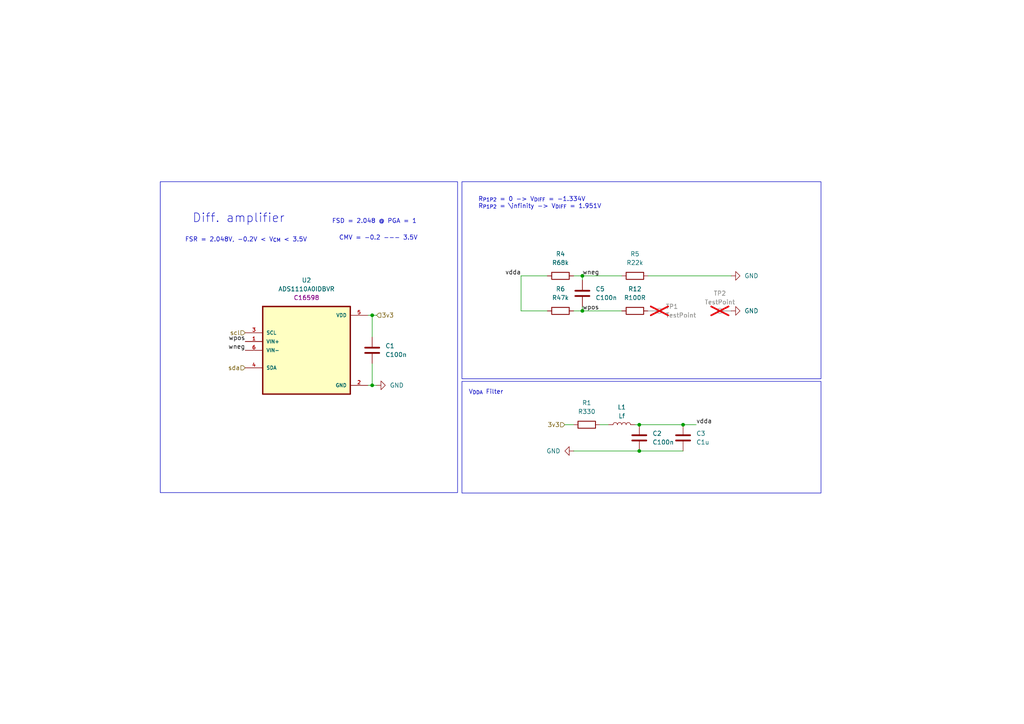
<source format=kicad_sch>
(kicad_sch (version 20231120) (generator "eeschema") (generator_version "8.0")
  (paper "A4")
  (title_block (title "DIFFAMP") (date "2024-08-18") (rev "0") (company "Paisley Microsystems") (comment 1 "Drafted: Matthew Guo") (comment 2 "The design is not to be reproduced, distributed, transferred or sold"))
  (lib_symbols
    (symbol "Connector:TestPoint" (pin_numbers hide) (pin_names (offset 0.762) hide)
      (property "Reference" "TP" (at 0 6.858 0))
      (property "Value" "TestPoint" (at 0 5.08 0))
      (symbol "TestPoint_0_1"
        (circle (center 0 3.302) (radius 0.762))
      )
      (symbol "TestPoint_1_1"
        (pin passive line (at 0 0 90) (length 2.54) (name "1") (number "1"))
      )
    )
    (symbol "Device:C" (pin_numbers hide) (pin_names (offset 0.254))
      (property "Reference" "C" (at 0.635 2.54 0))
      (property "Value" "C" (at 0.635 -2.54 0))
      (symbol "C_0_1"
        (polyline (pts (xy -2.032 -0.762) (xy 2.032 -0.762)) (stroke (width 0.508)))
        (polyline (pts (xy -2.032 0.762) (xy 2.032 0.762)) (stroke (width 0.508)))
      )
      (symbol "C_1_1"
        (pin passive line (at 0 3.81 270) (length 2.794) (name "~") (number "1"))
        (pin passive line (at 0 -3.81 90) (length 2.794) (name "~") (number "2"))
      )
    )
    (symbol "Device:L" (pin_numbers hide) (pin_names (offset 1.016) hide)
      (property "Reference" "L" (at -1.27 0 90))
      (property "Value" "L" (at 1.905 0 90))
      (symbol "L_0_1"
        (arc (start 0 -2.54) (mid 0.6323 -1.905) (end 0 -1.27))
        (arc (start 0 -1.27) (mid 0.6323 -0.635) (end 0 0))
        (arc (start 0 0) (mid 0.6323 0.635) (end 0 1.27))
        (arc (start 0 1.27) (mid 0.6323 1.905) (end 0 2.54))
      )
      (symbol "L_1_1"
        (pin passive line (at 0 3.81 270) (length 1.27) (name "1") (number "1"))
        (pin passive line (at 0 -3.81 90) (length 1.27) (name "2") (number "2"))
      )
    )
    (symbol "Device:R" (pin_numbers hide) (pin_names (offset 0))
      (property "Reference" "R" (at 2.032 0 90))
      (property "Value" "R" (at 0 0 90))
      (symbol "R_0_1"
        (rectangle (start -1.016 -2.54) (end 1.016 2.54) (stroke (width 0.254)))
      )
      (symbol "R_1_1"
        (pin passive line (at 0 3.81 270) (length 1.27) (name "~") (number "1"))
        (pin passive line (at 0 -3.81 90) (length 1.27) (name "~") (number "2"))
      )
    )
    (symbol "aaafootprintlib:ADS1110A0IDBVR" (pin_names (offset 1.016))
      (property "Reference" "U" (at -12.7 13.7 0))
      (property "Value" "ADS1110A0IDBVR" (at -12.7 -16.7 0))
      (property "LCSC" "C16598" (at 0 0 0))
      (symbol "ADS1110A0IDBVR_0_0"
        (rectangle (start -12.7 -12.7) (end 12.7 12.7) (stroke (width 0.41)) (fill (type background)))
        (pin input line (at -17.78 2.54 0) (length 5.08) (name "VIN+") (number "1"))
        (pin power_in line (at 17.78 -10.16 180) (length 5.08) (name "GND") (number "2"))
        (pin input line (at -17.78 5.08 0) (length 5.08) (name "SCL") (number "3"))
        (pin bidirectional line (at -17.78 -5.08 0) (length 5.08) (name "SDA") (number "4"))
        (pin power_in line (at 17.78 10.16 180) (length 5.08) (name "VDD") (number "5"))
        (pin input line (at -17.78 0 0) (length 5.08) (name "VIN-") (number "6"))
      )
    )
    (symbol "power:GND" (power) (pin_numbers hide) (pin_names (offset 0) hide)
      (property "Value" "GND" (at 0 -3.81 0))
      (symbol "GND_0_1"
        (polyline (pts (xy 0 0) (xy 0 -1.27) (xy 1.27 -1.27) (xy 0 -2.54) (xy -1.27 -1.27) (xy 0 -1.27)))
      )
      (symbol "GND_1_1"
        (pin power_in line (at 0 0 270) (length 0) (name "~") (number "1"))
      )
    )
  )
  (junction (at 107.95 111.76))
  (junction (at 198.12 123.19))
  (junction (at 107.95 91.44))
  (junction (at 168.91 80.01))
  (junction (at 168.91 90.17))
  (junction (at 185.42 130.81))
  (junction (at 185.42 123.19))
  (wire (pts (xy 166.37 80.01) (xy 168.91 80.01)))
  (wire (pts (xy 168.91 88.9) (xy 168.91 90.17)))
  (wire (pts (xy 168.91 80.01) (xy 168.91 81.28)))
  (wire (pts (xy 185.42 130.81) (xy 198.12 130.81)))
  (wire (pts (xy 187.96 80.01) (xy 212.09 80.01)))
  (wire (pts (xy 151.13 80.01) (xy 151.13 90.17)))
  (wire (pts (xy 198.12 123.19) (xy 201.93 123.19)))
  (wire (pts (xy 109.22 111.76) (xy 107.95 111.76)))
  (wire (pts (xy 185.42 123.19) (xy 198.12 123.19)))
  (wire (pts (xy 166.37 90.17) (xy 168.91 90.17)))
  (wire (pts (xy 109.22 91.44) (xy 107.95 91.44)))
  (wire (pts (xy 151.13 80.01) (xy 158.75 80.01)))
  (wire (pts (xy 107.95 91.44) (xy 106.68 91.44)))
  (wire (pts (xy 163.83 123.19) (xy 166.37 123.19)))
  (wire (pts (xy 151.13 90.17) (xy 158.75 90.17)))
  (wire (pts (xy 107.95 111.76) (xy 106.68 111.76)))
  (wire (pts (xy 166.37 130.81) (xy 185.42 130.81)))
  (wire (pts (xy 173.99 123.19) (xy 176.53 123.19)))
  (wire (pts (xy 168.91 80.01) (xy 180.34 80.01)))
  (wire (pts (xy 107.95 105.41) (xy 107.95 111.76)))
  (wire (pts (xy 107.95 97.79) (xy 107.95 91.44)))
  (wire (pts (xy 184.15 123.19) (xy 185.42 123.19)))
  (wire (pts (xy 168.91 90.17) (xy 180.34 90.17)))
  (rectangle (start 133.985 110.617) (end 238.125 143.002))
  (rectangle (start 133.985 52.705) (end 238.125 109.855))
  (rectangle (start 46.482 52.705) (end 132.715 142.875))
  (text "FSR = 2.048V, -0.2V < V_{CM} < 3.5V" (at 71.374 69.596 0) (effects (font (size 1.27 1.27))))
  (text "V_{DDA} Filter" (at 140.97 113.792 0) (effects (font (size 1.27 1.27))))
  (text "R_{P1P2} = 0 -> V_{DIFF} = -1.334V\nR_{P1P2} = \\infinity -> V_{DIFF} = 1.951V" (at 138.684 57.15 0) (effects (font (size 1.27 1.27)) (justify left top)))
  (text "FSD = 2.048 @ PGA = 1" (at 96.266 63.5 0) (effects (font (size 1.27 1.27)) (justify left top)))
  (text "CMV = -0.2 --- 3.5V" (at 98.298 68.326 0) (effects (font (size 1.27 1.27)) (justify left top)))
  (text "Diff. amplifier" (at 69.215 63.373 0) (effects (font (size 2.54 2.54))))
  (label "wpos" (at 168.91 90.17 0))
  (label "wpos" (at 71.12 99.06 180))
  (label "wneg" (at 168.91 80.01 0))
  (label "wneg" (at 71.12 101.6 180))
  (label "vdda" (at 151.13 80.01 180))
  (label "vdda" (at 201.93 123.19 0))
  (hierarchical_label "3v3" (shape input) (at 163.83 123.19 180))
  (hierarchical_label "scl" (shape input) (at 71.12 96.52 180))
  (hierarchical_label "3v3" (shape input) (at 109.22 91.44 0))
  (hierarchical_label "sda" (shape input) (at 71.12 106.68 180))
  (symbol (lib_id "Connector:TestPoint") (at 187.96 90.17 270) (unit 1) (dnp yes)
    (property "Reference" "TP1" (at 193.04 88.8999 90) (effects (justify left)))
    (property "Value" "TestPoint" (at 193.04 91.4399 90) (effects (justify left)))
    (property "Description" "test point" (effects (hide yes)))
  )
  (symbol (lib_id "Connector:TestPoint") (at 212.09 90.17 90) (unit 1) (dnp yes)
    (property "Reference" "TP2" (at 208.788 85.09 90))
    (property "Value" "TestPoint" (at 208.788 87.63 90))
    (property "Description" "test point" (effects (hide yes)))
  )
  (symbol (lib_id "Device:L") (at 180.34 123.19 90) (unit 1)
    (property "Reference" "L1" (at 180.34 118.11 90))
    (property "Value" "Lf" (at 180.34 120.65 90))
    (property "Footprint" "Inductor_SMD:L_0402_1005Metric" (effects (hide yes)))
    (property "Description" "Inductor" (effects (hide yes)))
    (property "LCSC" "C2885921" (effects (hide yes)))
  )
  (symbol (lib_id "Device:R") (at 162.56 90.17 90) (unit 1)
    (property "Reference" "R6" (at 162.56 83.82 90))
    (property "Value" "R47k" (at 162.56 86.36 90))
    (property "Footprint" "Resistor_SMD:R_0402_1005Metric" (effects (hide yes)))
    (property "Description" "Resistor" (effects (hide yes)))
    (property "LCSC" "C93943" (effects (hide yes)))
  )
  (symbol (lib_id "power:GND") (at 212.09 90.17 90) (unit 1)
    (property "Reference" "#PWR010" (effects (hide yes)))
    (property "Value" "GND" (at 215.9 90.1699 90) (effects (justify right)))
    (property "Description" "Power symbol creates a global label with name \"GND\" , ground" (effects (hide yes)))
  )
  (symbol (lib_id "Device:C") (at 185.42 127 0) (unit 1)
    (property "Reference" "C2" (at 189.23 125.7299 0) (effects (justify left)))
    (property "Value" "C100n" (at 189.23 128.2699 0) (effects (justify left)))
    (property "Footprint" "Capacitor_SMD:C_0402_1005Metric" (effects (hide yes)))
    (property "Description" "Unpolarized capacitor" (effects (hide yes)))
    (property "LCSC" "C60474" (effects (hide yes)))
  )
  (symbol (lib_id "Device:R") (at 184.15 90.17 90) (unit 1)
    (property "Reference" "R12" (at 184.15 83.82 90))
    (property "Value" "R100R" (at 184.15 86.36 90))
    (property "Footprint" "Resistor_SMD:R_0402_1005Metric" (effects (hide yes)))
    (property "Description" "Resistor" (effects (hide yes)))
    (property "LCSC" "C106232" (effects (hide yes)))
  )
  (symbol (lib_id "power:GND") (at 212.09 80.01 90) (unit 1)
    (property "Reference" "#PWR08" (effects (hide yes)))
    (property "Value" "GND" (at 215.9 80.0099 90) (effects (justify right)))
    (property "Description" "Power symbol creates a global label with name \"GND\" , ground" (effects (hide yes)))
  )
  (symbol (lib_id "power:GND") (at 109.22 111.76 90) (unit 1)
    (property "Reference" "#PWR01" (effects (hide yes)))
    (property "Value" "GND" (at 113.03 111.7599 90) (effects (justify right)))
    (property "Description" "Power symbol creates a global label with name \"GND\" , ground" (effects (hide yes)))
  )
  (symbol (lib_id "Device:C") (at 107.95 101.6 0) (unit 1)
    (property "Reference" "C1" (at 111.76 100.3299 0) (effects (justify left)))
    (property "Value" "C100n" (at 111.76 102.8699 0) (effects (justify left)))
    (property "Footprint" "Capacitor_SMD:C_0402_1005Metric" (effects (hide yes)))
    (property "Description" "Unpolarized capacitor" (effects (hide yes)))
    (property "LCSC" "C60474" (effects (hide yes)))
  )
  (symbol (lib_id "Device:C") (at 168.91 85.09 0) (unit 1)
    (property "Reference" "C5" (at 172.72 83.8199 0) (effects (justify left)))
    (property "Value" "C100n" (at 172.72 86.3599 0) (effects (justify left)))
    (property "Footprint" "Capacitor_SMD:C_0402_1005Metric" (effects (hide yes)))
    (property "Description" "Unpolarized capacitor" (effects (hide yes)))
    (property "LCSC" "C60474" (effects (hide yes)))
  )
  (symbol (lib_id "Device:C") (at 198.12 127 0) (unit 1)
    (property "Reference" "C3" (at 201.93 125.7299 0) (effects (justify left)))
    (property "Value" "C1u" (at 201.93 128.2699 0) (effects (justify left)))
    (property "Footprint" "Capacitor_SMD:C_0402_1005Metric" (effects (hide yes)))
    (property "Description" "Unpolarized capacitor" (effects (hide yes)))
    (property "LCSC" " C14445" (effects (hide yes)))
  )
  (symbol (lib_id "Device:R") (at 184.15 80.01 90) (unit 1)
    (property "Reference" "R5" (at 184.15 73.66 90))
    (property "Value" "R22k" (at 184.15 76.2 90))
    (property "Footprint" "Resistor_SMD:R_0402_1005Metric" (effects (hide yes)))
    (property "Description" "Resistor" (effects (hide yes)))
    (property "LCSC" "C82868" (effects (hide yes)))
  )
  (symbol (lib_id "Device:R") (at 162.56 80.01 90) (unit 1)
    (property "Reference" "R4" (at 162.56 73.66 90))
    (property "Value" "R68k" (at 162.56 76.2 90))
    (property "Footprint" "Resistor_SMD:R_0402_1005Metric" (effects (hide yes)))
    (property "Description" "Resistor" (effects (hide yes)))
    (property "LCSC" "C36871" (effects (hide yes)))
  )
  (symbol (lib_id "aaafootprintlib:ADS1110A0IDBVR") (at 88.9 101.6 0) (unit 1)
    (property "Reference" "U2" (at 88.9 81.28 0))
    (property "Value" "ADS1110A0IDBVR" (at 88.9 83.82 0))
    (property "Footprint" "aaafootprintlib:SOT95P280X145-6N" (effects (hide yes)))
    (property "LCSC" "C16598" (at 88.9 86.36 0))
  )
  (symbol (lib_id "power:GND") (at 166.37 130.81 270) (mirror x) (unit 1)
    (property "Reference" "#PWR02" (effects (hide yes)))
    (property "Value" "GND" (at 162.56 130.8099 90) (effects (justify right)))
    (property "Description" "Power symbol creates a global label with name \"GND\" , ground" (effects (hide yes)))
  )
  (symbol (lib_id "Device:R") (at 170.18 123.19 90) (unit 1)
    (property "Reference" "R1" (at 170.18 116.84 90))
    (property "Value" "R330" (at 170.18 119.38 90))
    (property "Footprint" "Resistor_SMD:R_0402_1005Metric" (effects (hide yes)))
    (property "Description" "Resistor" (effects (hide yes)))
    (property "LCSC" "C25104" (effects (hide yes)))
  )
)
</source>
